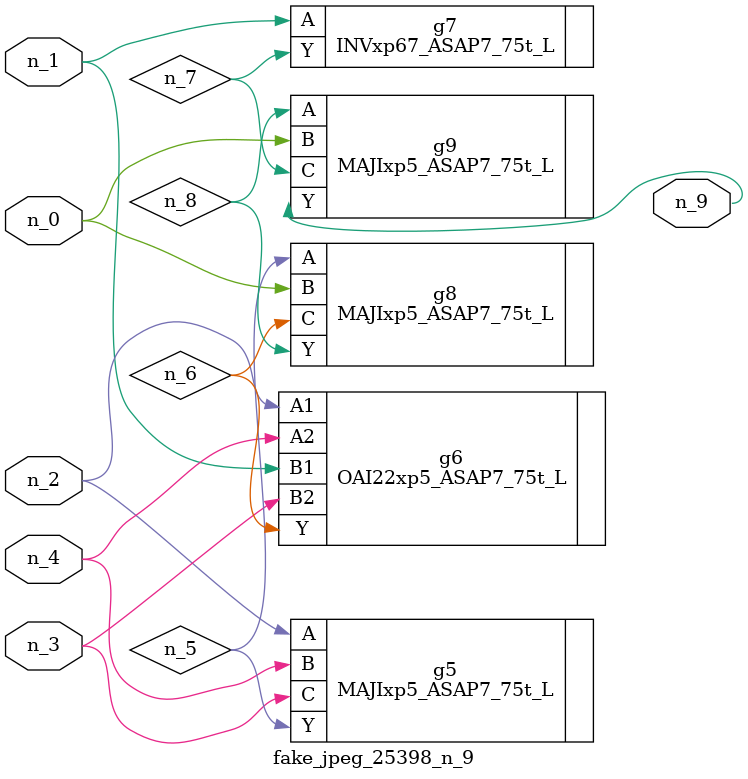
<source format=v>
module fake_jpeg_25398_n_9 (n_3, n_2, n_1, n_0, n_4, n_9);

input n_3;
input n_2;
input n_1;
input n_0;
input n_4;

output n_9;

wire n_8;
wire n_6;
wire n_5;
wire n_7;

MAJIxp5_ASAP7_75t_L g5 ( 
.A(n_2),
.B(n_4),
.C(n_3),
.Y(n_5)
);

OAI22xp5_ASAP7_75t_L g6 ( 
.A1(n_2),
.A2(n_4),
.B1(n_1),
.B2(n_3),
.Y(n_6)
);

INVxp67_ASAP7_75t_L g7 ( 
.A(n_1),
.Y(n_7)
);

MAJIxp5_ASAP7_75t_L g8 ( 
.A(n_5),
.B(n_0),
.C(n_6),
.Y(n_8)
);

MAJIxp5_ASAP7_75t_L g9 ( 
.A(n_8),
.B(n_0),
.C(n_7),
.Y(n_9)
);


endmodule
</source>
